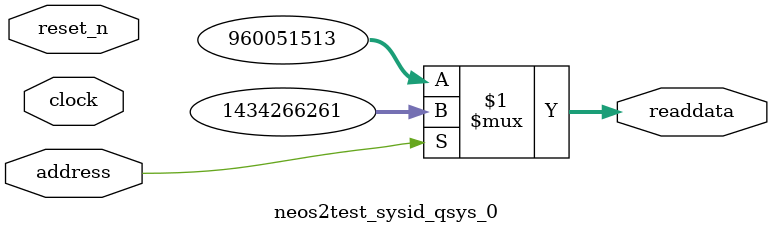
<source format=v>

`timescale 1ns / 1ps
// synthesis translate_on

// turn off superfluous verilog processor warnings 
// altera message_level Level1 
// altera message_off 10034 10035 10036 10037 10230 10240 10030 

module neos2test_sysid_qsys_0 (
               // inputs:
                address,
                clock,
                reset_n,

               // outputs:
                readdata
             )
;

  output  [ 31: 0] readdata;
  input            address;
  input            clock;
  input            reset_n;

  wire    [ 31: 0] readdata;
  //control_slave, which is an e_avalon_slave
  assign readdata = address ? 1434266261 : 960051513;

endmodule




</source>
